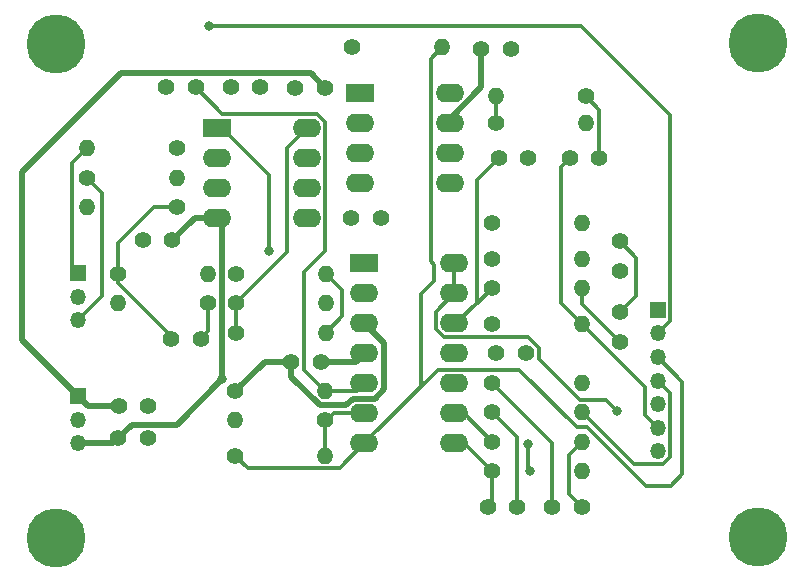
<source format=gbr>
%TF.GenerationSoftware,KiCad,Pcbnew,9.0.5*%
%TF.CreationDate,2025-10-16T11:43:33+03:30*%
%TF.ProjectId,ECG,4543472e-6b69-4636-9164-5f7063625858,rev?*%
%TF.SameCoordinates,Original*%
%TF.FileFunction,Copper,L1,Top*%
%TF.FilePolarity,Positive*%
%FSLAX46Y46*%
G04 Gerber Fmt 4.6, Leading zero omitted, Abs format (unit mm)*
G04 Created by KiCad (PCBNEW 9.0.5) date 2025-10-16 11:43:33*
%MOMM*%
%LPD*%
G01*
G04 APERTURE LIST*
%TA.AperFunction,ComponentPad*%
%ADD10C,1.400000*%
%TD*%
%TA.AperFunction,ComponentPad*%
%ADD11O,1.400000X1.400000*%
%TD*%
%TA.AperFunction,ComponentPad*%
%ADD12R,1.350000X1.350000*%
%TD*%
%TA.AperFunction,ComponentPad*%
%ADD13O,1.350000X1.350000*%
%TD*%
%TA.AperFunction,ComponentPad*%
%ADD14C,2.900000*%
%TD*%
%TA.AperFunction,ConnectorPad*%
%ADD15C,5.000000*%
%TD*%
%TA.AperFunction,ComponentPad*%
%ADD16R,2.400000X1.600000*%
%TD*%
%TA.AperFunction,ComponentPad*%
%ADD17O,2.400000X1.600000*%
%TD*%
%TA.AperFunction,ViaPad*%
%ADD18C,0.800000*%
%TD*%
%TA.AperFunction,Conductor*%
%ADD19C,0.350000*%
%TD*%
%TA.AperFunction,Conductor*%
%ADD20C,0.500000*%
%TD*%
G04 APERTURE END LIST*
D10*
%TO.P,C10,1*%
%TO.N,Net-(Supply1-Pin_3)*%
X90525000Y-87125000D03*
%TO.P,C10,2*%
%TO.N,GND*%
X88025000Y-87125000D03*
%TD*%
%TO.P,R22,1*%
%TO.N,Net-(U3-+)*%
X117590000Y-88725000D03*
D11*
%TO.P,R22,2*%
%TO.N,GND*%
X125210000Y-88725000D03*
%TD*%
D10*
%TO.P,R7,1*%
%TO.N,Net-(U2--)*%
X90930000Y-79300000D03*
D11*
%TO.P,R7,2*%
%TO.N,Net-(Input1-Pin_1)*%
X83310000Y-79300000D03*
%TD*%
D10*
%TO.P,C11,1*%
%TO.N,Net-(Supply1-Pin_1)*%
X103425000Y-74225000D03*
%TO.P,C11,2*%
%TO.N,GND*%
X100925000Y-74225000D03*
%TD*%
D12*
%TO.P,Supply1,1,Pin_1*%
%TO.N,Net-(Supply1-Pin_1)*%
X82500000Y-100325000D03*
D13*
%TO.P,Supply1,2,Pin_2*%
%TO.N,GND*%
X82500000Y-102325000D03*
%TO.P,Supply1,3,Pin_3*%
%TO.N,Net-(Supply1-Pin_3)*%
X82500000Y-104325000D03*
%TD*%
D10*
%TO.P,R6,1*%
%TO.N,Net-(R5-Pad1)*%
X95900000Y-94975000D03*
D11*
%TO.P,R6,2*%
%TO.N,Net-(R4-Pad2)*%
X103520000Y-94975000D03*
%TD*%
D10*
%TO.P,R8,1*%
%TO.N,Net-(Input1-Pin_3)*%
X83310000Y-81900000D03*
D11*
%TO.P,R8,2*%
%TO.N,Net-(U2-+)*%
X90930000Y-81900000D03*
%TD*%
D10*
%TO.P,R17,1*%
%TO.N,Net-(C8-Pad1)*%
X117590000Y-94225000D03*
D11*
%TO.P,R17,2*%
%TO.N,Net-(J2-Pin_6)*%
X125210000Y-94225000D03*
%TD*%
D10*
%TO.P,R13,1*%
%TO.N,Net-(C4-Pad2)*%
X117590000Y-101725000D03*
D11*
%TO.P,R13,2*%
%TO.N,Net-(J2-Pin_4)*%
X125210000Y-101725000D03*
%TD*%
D14*
%TO.P,REF\u002A\u002A,1*%
%TO.N,N/C*%
X140125000Y-70475000D03*
D15*
X140125000Y-70475000D03*
%TD*%
D14*
%TO.P,REF\u002A\u002A,1*%
%TO.N,N/C*%
X80700000Y-70525000D03*
D15*
X80700000Y-70525000D03*
%TD*%
D10*
%TO.P,C6,1*%
%TO.N,Net-(U1D-+)*%
X118150000Y-80225000D03*
%TO.P,C6,2*%
%TO.N,Net-(C6-Pad2)*%
X120650000Y-80225000D03*
%TD*%
%TO.P,C4,1*%
%TO.N,Net-(J2-Pin_5)*%
X117200000Y-109725000D03*
%TO.P,C4,2*%
%TO.N,Net-(C4-Pad2)*%
X119700000Y-109725000D03*
%TD*%
%TO.P,R15,1*%
%TO.N,Net-(J2-Pin_5)*%
X117590000Y-106725000D03*
D11*
%TO.P,R15,2*%
%TO.N,Net-(U1C--)*%
X125210000Y-106725000D03*
%TD*%
D12*
%TO.P,Input1,1,Pin_1*%
%TO.N,Net-(Input1-Pin_1)*%
X82500000Y-89925000D03*
D13*
%TO.P,Input1,2,Pin_2*%
%TO.N,Net-(Input1-Pin_2)*%
X82500000Y-91925000D03*
%TO.P,Input1,3,Pin_3*%
%TO.N,Net-(Input1-Pin_3)*%
X82500000Y-93925000D03*
%TD*%
D10*
%TO.P,R18,1*%
%TO.N,Net-(U1D-+)*%
X117590000Y-91225000D03*
D11*
%TO.P,R18,2*%
%TO.N,Net-(C8-Pad1)*%
X125210000Y-91225000D03*
%TD*%
D10*
%TO.P,C13,1*%
%TO.N,GND*%
X108150000Y-85250000D03*
%TO.P,C13,2*%
%TO.N,Net-(Supply1-Pin_3)*%
X105650000Y-85250000D03*
%TD*%
%TO.P,C1,1*%
%TO.N,Net-(C1-Pad1)*%
X90400000Y-95475000D03*
%TO.P,C1,2*%
%TO.N,Net-(C1-Pad2)*%
X92900000Y-95475000D03*
%TD*%
%TO.P,C2,1*%
%TO.N,Net-(J2-Pin_2)*%
X95475000Y-74175000D03*
%TO.P,C2,2*%
%TO.N,Net-(C2-Pad2)*%
X97975000Y-74175000D03*
%TD*%
%TO.P,R9,1*%
%TO.N,Net-(C2-Pad2)*%
X105755000Y-70800000D03*
D11*
%TO.P,R9,2*%
%TO.N,Net-(J2-Pin_3)*%
X113375000Y-70800000D03*
%TD*%
D16*
%TO.P,U2,1,Rg*%
%TO.N,Net-(R4-Pad2)*%
X94280000Y-77605000D03*
D17*
%TO.P,U2,2,-*%
%TO.N,Net-(U2--)*%
X94280000Y-80145000D03*
%TO.P,U2,3,+*%
%TO.N,Net-(U2-+)*%
X94280000Y-82685000D03*
%TO.P,U2,4,Vs-*%
%TO.N,Net-(Supply1-Pin_3)*%
X94280000Y-85225000D03*
%TO.P,U2,5,Ref*%
%TO.N,GND*%
X101900000Y-85225000D03*
%TO.P,U2,6*%
%TO.N,Net-(J2-Pin_1)*%
X101900000Y-82685000D03*
%TO.P,U2,7,Vs+*%
%TO.N,Net-(Supply1-Pin_1)*%
X101900000Y-80145000D03*
%TO.P,U2,8,Rg*%
%TO.N,Net-(R5-Pad1)*%
X101900000Y-77605000D03*
%TD*%
D16*
%TO.P,U1,1*%
%TO.N,Net-(C1-Pad1)*%
X106780000Y-89105000D03*
D17*
%TO.P,U1,2,-*%
%TO.N,Net-(U1A--)*%
X106780000Y-91645000D03*
%TO.P,U1,3,+*%
%TO.N,GND*%
X106780000Y-94185000D03*
%TO.P,U1,4,V+*%
%TO.N,Net-(Supply1-Pin_1)*%
X106780000Y-96725000D03*
%TO.P,U1,5,+*%
%TO.N,Net-(U1B-+)*%
X106780000Y-99265000D03*
%TO.P,U1,6,-*%
%TO.N,Net-(U1B--)*%
X106780000Y-101805000D03*
%TO.P,U1,7*%
%TO.N,Net-(J2-Pin_3)*%
X106780000Y-104345000D03*
%TO.P,U1,8*%
%TO.N,Net-(J2-Pin_5)*%
X114400000Y-104345000D03*
%TO.P,U1,9,-*%
%TO.N,Net-(U1C--)*%
X114400000Y-101805000D03*
%TO.P,U1,10,+*%
%TO.N,Net-(U1C-+)*%
X114400000Y-99265000D03*
%TO.P,U1,11,V-*%
%TO.N,Net-(Supply1-Pin_3)*%
X114400000Y-96725000D03*
%TO.P,U1,12,+*%
%TO.N,Net-(U1D-+)*%
X114400000Y-94185000D03*
%TO.P,U1,13,-*%
%TO.N,Net-(J2-Pin_7)*%
X114400000Y-91645000D03*
%TO.P,U1,14*%
X114400000Y-89105000D03*
%TD*%
D10*
%TO.P,C12,1*%
%TO.N,Net-(Supply1-Pin_1)*%
X116675000Y-70975000D03*
%TO.P,C12,2*%
%TO.N,GND*%
X119175000Y-70975000D03*
%TD*%
%TO.P,C14,1*%
%TO.N,GND*%
X120450000Y-96725000D03*
%TO.P,C14,2*%
%TO.N,Net-(Supply1-Pin_3)*%
X117950000Y-96725000D03*
%TD*%
%TO.P,R4,1*%
%TO.N,Net-(U1A--)*%
X95900000Y-89975000D03*
D11*
%TO.P,R4,2*%
%TO.N,Net-(R4-Pad2)*%
X103520000Y-89975000D03*
%TD*%
D14*
%TO.P,REF\u002A\u002A,1*%
%TO.N,N/C*%
X80700000Y-112325000D03*
D15*
X80700000Y-112325000D03*
%TD*%
D14*
%TO.P,REF\u002A\u002A,1*%
%TO.N,N/C*%
X140125000Y-112275000D03*
D15*
X140125000Y-112275000D03*
%TD*%
D10*
%TO.P,R14,1*%
%TO.N,Net-(U1C-+)*%
X117590000Y-99225000D03*
D11*
%TO.P,R14,2*%
%TO.N,Net-(C4-Pad2)*%
X125210000Y-99225000D03*
%TD*%
D10*
%TO.P,R2,1*%
%TO.N,Net-(C1-Pad1)*%
X85900000Y-89975000D03*
D11*
%TO.P,R2,2*%
%TO.N,Net-(U1A--)*%
X93520000Y-89975000D03*
%TD*%
D10*
%TO.P,C7,1*%
%TO.N,Net-(C6-Pad2)*%
X126650000Y-80225000D03*
%TO.P,C7,2*%
%TO.N,Net-(J2-Pin_6)*%
X124150000Y-80225000D03*
%TD*%
%TO.P,R20,1*%
%TO.N,Net-(R19-Pad2)*%
X117900000Y-77225000D03*
D11*
%TO.P,R20,2*%
%TO.N,Net-(U3--)*%
X125520000Y-77225000D03*
%TD*%
D10*
%TO.P,R5,1*%
%TO.N,Net-(R5-Pad1)*%
X95900000Y-92475000D03*
D11*
%TO.P,R5,2*%
%TO.N,Net-(U1A--)*%
X103520000Y-92475000D03*
%TD*%
D16*
%TO.P,U3,1,NULL*%
%TO.N,unconnected-(U3-NULL-Pad1)*%
X106375000Y-74680000D03*
D17*
%TO.P,U3,2,-*%
%TO.N,Net-(U3--)*%
X106375000Y-77220000D03*
%TO.P,U3,3,+*%
%TO.N,Net-(U3-+)*%
X106375000Y-79760000D03*
%TO.P,U3,4,V-*%
%TO.N,Net-(Supply1-Pin_3)*%
X106375000Y-82300000D03*
%TO.P,U3,5,NULL*%
%TO.N,unconnected-(U3-NULL-Pad5)*%
X113995000Y-82300000D03*
%TO.P,U3,6*%
%TO.N,Net-(U3--)*%
X113995000Y-79760000D03*
%TO.P,U3,7,V+*%
%TO.N,Net-(Supply1-Pin_1)*%
X113995000Y-77220000D03*
%TO.P,U3,8,NC*%
%TO.N,unconnected-(U3-NC-Pad8)*%
X113995000Y-74680000D03*
%TD*%
D10*
%TO.P,C8,1*%
%TO.N,Net-(C8-Pad1)*%
X128400000Y-95725000D03*
%TO.P,C8,2*%
%TO.N,Net-(U3--)*%
X128400000Y-93225000D03*
%TD*%
%TO.P,R12,1*%
%TO.N,Net-(U1B--)*%
X103470000Y-102375000D03*
D11*
%TO.P,R12,2*%
%TO.N,GND*%
X95850000Y-102375000D03*
%TD*%
D10*
%TO.P,R11,1*%
%TO.N,Net-(J2-Pin_3)*%
X95850000Y-105375000D03*
D11*
%TO.P,R11,2*%
%TO.N,Net-(U1B--)*%
X103470000Y-105375000D03*
%TD*%
D10*
%TO.P,C17,1*%
%TO.N,GND*%
X88450000Y-103900000D03*
%TO.P,C17,2*%
%TO.N,Net-(Supply1-Pin_3)*%
X85950000Y-103900000D03*
%TD*%
%TO.P,R21,1*%
%TO.N,Net-(J2-Pin_7)*%
X117590000Y-85725000D03*
D11*
%TO.P,R21,2*%
%TO.N,Net-(U3-+)*%
X125210000Y-85725000D03*
%TD*%
D10*
%TO.P,R1,1*%
%TO.N,Net-(C1-Pad1)*%
X90910000Y-84300000D03*
D11*
%TO.P,R1,2*%
%TO.N,Net-(Input1-Pin_2)*%
X83290000Y-84300000D03*
%TD*%
D12*
%TO.P,J2,1,Pin_1*%
%TO.N,Net-(J2-Pin_1)*%
X131600000Y-93025000D03*
D13*
%TO.P,J2,2,Pin_2*%
%TO.N,Net-(J2-Pin_2)*%
X131600000Y-95025000D03*
%TO.P,J2,3,Pin_3*%
%TO.N,Net-(J2-Pin_3)*%
X131600000Y-97025000D03*
%TO.P,J2,4,Pin_4*%
%TO.N,Net-(J2-Pin_4)*%
X131600000Y-99025000D03*
%TO.P,J2,5,Pin_5*%
%TO.N,Net-(J2-Pin_5)*%
X131600000Y-101025000D03*
%TO.P,J2,6,Pin_6*%
%TO.N,Net-(J2-Pin_6)*%
X131600000Y-103025000D03*
%TO.P,J2,7,Pin_7*%
%TO.N,Net-(J2-Pin_7)*%
X131600000Y-105025000D03*
%TD*%
D10*
%TO.P,R19,1*%
%TO.N,Net-(C6-Pad2)*%
X125505000Y-74975000D03*
D11*
%TO.P,R19,2*%
%TO.N,Net-(R19-Pad2)*%
X117885000Y-74975000D03*
%TD*%
D10*
%TO.P,C9,1*%
%TO.N,Net-(C8-Pad1)*%
X128400000Y-89725000D03*
%TO.P,C9,2*%
%TO.N,Net-(U3--)*%
X128400000Y-87225000D03*
%TD*%
%TO.P,C16,1*%
%TO.N,Net-(Supply1-Pin_1)*%
X85975000Y-101175000D03*
%TO.P,C16,2*%
%TO.N,GND*%
X88475000Y-101175000D03*
%TD*%
%TO.P,C3,1*%
%TO.N,Net-(C2-Pad2)*%
X89975000Y-74175000D03*
%TO.P,C3,2*%
%TO.N,Net-(U1B-+)*%
X92475000Y-74175000D03*
%TD*%
%TO.P,R10,1*%
%TO.N,GND*%
X95840000Y-99925000D03*
D11*
%TO.P,R10,2*%
%TO.N,Net-(U1B-+)*%
X103460000Y-99925000D03*
%TD*%
D10*
%TO.P,R16,1*%
%TO.N,Net-(U1C--)*%
X117590000Y-104225000D03*
D11*
%TO.P,R16,2*%
%TO.N,GND*%
X125210000Y-104225000D03*
%TD*%
D10*
%TO.P,R3,1*%
%TO.N,Net-(C1-Pad2)*%
X93520000Y-92475000D03*
D11*
%TO.P,R3,2*%
%TO.N,Net-(U1A--)*%
X85900000Y-92475000D03*
%TD*%
D10*
%TO.P,C15,1*%
%TO.N,Net-(Supply1-Pin_1)*%
X103100000Y-97425000D03*
%TO.P,C15,2*%
%TO.N,GND*%
X100600000Y-97425000D03*
%TD*%
%TO.P,C5,1*%
%TO.N,Net-(U1C-+)*%
X122700000Y-109725000D03*
%TO.P,C5,2*%
%TO.N,GND*%
X125200000Y-109725000D03*
%TD*%
D18*
%TO.N,Net-(R4-Pad2)*%
X98700000Y-88025000D03*
%TO.N,Net-(U1C--)*%
X120600000Y-104425000D03*
X120800000Y-106725000D03*
%TO.N,Net-(J2-Pin_2)*%
X93625000Y-69000000D03*
%TO.N,Net-(J2-Pin_7)*%
X128137500Y-101562500D03*
%TO.N,Net-(Supply1-Pin_3)*%
X94700000Y-98925000D03*
%TD*%
D19*
%TO.N,Net-(C1-Pad2)*%
X93520000Y-94855000D02*
X92900000Y-95475000D01*
X93520000Y-92475000D02*
X93520000Y-94855000D01*
%TO.N,Net-(C1-Pad1)*%
X85900000Y-90725000D02*
X90400000Y-95225000D01*
X90910000Y-84300000D02*
X88950000Y-84300000D01*
X88950000Y-84300000D02*
X85900000Y-87350000D01*
X90400000Y-95225000D02*
X90400000Y-95475000D01*
X85900000Y-89975000D02*
X85900000Y-90725000D01*
X85900000Y-87350000D02*
X85900000Y-89975000D01*
%TO.N,Net-(U1B-+)*%
X106120000Y-99925000D02*
X106780000Y-99265000D01*
X92475000Y-74175000D02*
X94730000Y-76430000D01*
X103475000Y-77118299D02*
X103475000Y-88029720D01*
X103475000Y-88029720D02*
X101675000Y-89829720D01*
X94730000Y-76430000D02*
X102786701Y-76430000D01*
X102786701Y-76430000D02*
X103475000Y-77118299D01*
X101675000Y-98140000D02*
X103460000Y-99925000D01*
X101675000Y-89829720D02*
X101675000Y-98140000D01*
X103460000Y-99925000D02*
X106120000Y-99925000D01*
%TO.N,Net-(C4-Pad2)*%
X119700000Y-103835000D02*
X119700000Y-109725000D01*
X117590000Y-101725000D02*
X119700000Y-103835000D01*
%TO.N,GND*%
X125210000Y-104225000D02*
X124135000Y-105300000D01*
D20*
X108450000Y-99762767D02*
X108450000Y-95855000D01*
X108450000Y-95855000D02*
X106780000Y-94185000D01*
X98340000Y-97425000D02*
X95840000Y-99925000D01*
X102983654Y-101075000D02*
X105250000Y-101075000D01*
X100600000Y-97425000D02*
X100600000Y-98691346D01*
D19*
X124135000Y-105300000D02*
X124135000Y-108660000D01*
X124135000Y-108660000D02*
X125200000Y-109725000D01*
D20*
X105250000Y-101075000D02*
X105775000Y-100550000D01*
X105775000Y-100550000D02*
X107662767Y-100550000D01*
X100600000Y-97425000D02*
X98340000Y-97425000D01*
X107662767Y-100550000D02*
X108450000Y-99762767D01*
X100600000Y-98691346D02*
X102983654Y-101075000D01*
D19*
%TO.N,Net-(U1C-+)*%
X122700000Y-104335000D02*
X117590000Y-99225000D01*
X122700000Y-109725000D02*
X122700000Y-104335000D01*
%TO.N,Net-(U1D-+)*%
X116300000Y-82075000D02*
X116300000Y-92435000D01*
X118150000Y-80225000D02*
X116300000Y-82075000D01*
X114400000Y-94185000D02*
X114550000Y-94185000D01*
X116380000Y-92435000D02*
X117590000Y-91225000D01*
X114550000Y-94185000D02*
X116300000Y-92435000D01*
X116300000Y-92435000D02*
X116380000Y-92435000D01*
%TO.N,Net-(C6-Pad2)*%
X126650000Y-76120000D02*
X126650000Y-80225000D01*
X125505000Y-74975000D02*
X126650000Y-76120000D01*
%TO.N,Net-(C8-Pad1)*%
X125210000Y-92535000D02*
X125210000Y-91225000D01*
X128400000Y-95725000D02*
X125210000Y-92535000D01*
%TO.N,Net-(U3--)*%
X128400000Y-93225000D02*
X129800000Y-91825000D01*
X129800000Y-91825000D02*
X129800000Y-88625000D01*
X129800000Y-88625000D02*
X128400000Y-87225000D01*
%TO.N,Net-(R4-Pad2)*%
X103520000Y-94975000D02*
X104900000Y-93595000D01*
X104900000Y-91355000D02*
X103520000Y-89975000D01*
X98700000Y-81625000D02*
X94680000Y-77605000D01*
X104900000Y-93595000D02*
X104900000Y-91355000D01*
X94680000Y-77605000D02*
X94280000Y-77605000D01*
X98700000Y-88025000D02*
X98700000Y-81625000D01*
%TO.N,Net-(R5-Pad1)*%
X100200000Y-88175000D02*
X95900000Y-92475000D01*
X95900000Y-92475000D02*
X95900000Y-94975000D01*
X101900000Y-77605000D02*
X100200000Y-79305000D01*
X100200000Y-79305000D02*
X100200000Y-88175000D01*
%TO.N,Net-(U1B--)*%
X103470000Y-105375000D02*
X103470000Y-102375000D01*
X103470000Y-102375000D02*
X103625000Y-102375000D01*
X104195000Y-101805000D02*
X106780000Y-101805000D01*
X103625000Y-102375000D02*
X104195000Y-101805000D01*
%TO.N,Net-(U1C--)*%
X120600000Y-106525000D02*
X120600000Y-104425000D01*
X120800000Y-106725000D02*
X120600000Y-106525000D01*
X115170000Y-101805000D02*
X117590000Y-104225000D01*
X114400000Y-101805000D02*
X115170000Y-101805000D01*
%TO.N,Net-(R19-Pad2)*%
X117885000Y-74975000D02*
X117885000Y-77210000D01*
%TO.N,Net-(Input1-Pin_3)*%
X84525000Y-83115000D02*
X83310000Y-81900000D01*
X82500000Y-93925000D02*
X84525000Y-91900000D01*
X84525000Y-91900000D02*
X84525000Y-83115000D01*
%TO.N,Net-(Input1-Pin_1)*%
X82500000Y-89925000D02*
X82000000Y-89425000D01*
X82000000Y-80610000D02*
X83310000Y-79300000D01*
X82000000Y-89425000D02*
X82000000Y-80610000D01*
%TO.N,Net-(J2-Pin_2)*%
X132650000Y-76540864D02*
X132650000Y-93975000D01*
X132650000Y-93975000D02*
X131600000Y-95025000D01*
X125109136Y-69000000D02*
X132650000Y-76540864D01*
X93625000Y-69000000D02*
X125109136Y-69000000D01*
%TO.N,Net-(J2-Pin_5)*%
X114400000Y-104345000D02*
X115210000Y-104345000D01*
X115210000Y-104345000D02*
X117590000Y-106725000D01*
X117590000Y-109335000D02*
X117200000Y-109725000D01*
X117590000Y-106725000D02*
X117590000Y-109335000D01*
%TO.N,Net-(J2-Pin_6)*%
X123450000Y-92465000D02*
X125210000Y-94225000D01*
X123450000Y-80925000D02*
X123450000Y-92465000D01*
X131600000Y-103025000D02*
X130550000Y-101975000D01*
X124150000Y-80225000D02*
X123450000Y-80925000D01*
X130550000Y-99565000D02*
X125210000Y-94225000D01*
X130550000Y-101975000D02*
X130550000Y-99565000D01*
%TO.N,Net-(J2-Pin_7)*%
X113513299Y-95360000D02*
X112825000Y-94671701D01*
X121525000Y-97170280D02*
X121525000Y-96279720D01*
X114400000Y-91645000D02*
X114400000Y-89105000D01*
X125004720Y-100650000D02*
X121525000Y-97170280D01*
X121525000Y-96279720D02*
X120605280Y-95360000D01*
X128137500Y-101562500D02*
X127225000Y-100650000D01*
X120605280Y-95360000D02*
X113513299Y-95360000D01*
X127225000Y-100650000D02*
X125004720Y-100650000D01*
X112825000Y-94671701D02*
X112825000Y-93220000D01*
X112825000Y-93220000D02*
X114400000Y-91645000D01*
%TO.N,Net-(J2-Pin_4)*%
X129560000Y-106075000D02*
X132034925Y-106075000D01*
X132650000Y-105459925D02*
X132650000Y-100075000D01*
X132034925Y-106075000D02*
X132650000Y-105459925D01*
X132650000Y-100075000D02*
X131600000Y-99025000D01*
X125210000Y-101725000D02*
X129560000Y-106075000D01*
%TO.N,Net-(J2-Pin_3)*%
X112700000Y-89225000D02*
X112700000Y-90625000D01*
X132700000Y-107925000D02*
X133700000Y-106925000D01*
X124750000Y-102975000D02*
X125650000Y-102975000D01*
X125650000Y-102975000D02*
X130600000Y-107925000D01*
X111600000Y-91725000D02*
X111600000Y-99525000D01*
X104675000Y-106450000D02*
X106780000Y-104345000D01*
X133700000Y-99125000D02*
X131600000Y-97025000D01*
X106780000Y-104345000D02*
X113035000Y-98090000D01*
X112700000Y-90625000D02*
X111600000Y-91725000D01*
X133700000Y-106925000D02*
X133700000Y-99125000D01*
X113035000Y-98090000D02*
X119865000Y-98090000D01*
X130600000Y-107925000D02*
X132700000Y-107925000D01*
X113375000Y-70800000D02*
X112375000Y-71800000D01*
X119865000Y-98090000D02*
X124750000Y-102975000D01*
X112375000Y-88900000D02*
X112700000Y-89225000D01*
X112375000Y-71800000D02*
X112375000Y-88900000D01*
X95850000Y-105375000D02*
X96925000Y-106450000D01*
X96925000Y-106450000D02*
X104675000Y-106450000D01*
D20*
%TO.N,Net-(Supply1-Pin_3)*%
X94700000Y-98925000D02*
X94700000Y-85645000D01*
X94280000Y-85225000D02*
X92425000Y-85225000D01*
X94700000Y-85645000D02*
X94280000Y-85225000D01*
X92425000Y-85225000D02*
X90525000Y-87125000D01*
X82500000Y-104325000D02*
X85525000Y-104325000D01*
X85525000Y-104325000D02*
X85950000Y-103900000D01*
X90875000Y-102750000D02*
X94700000Y-98925000D01*
X87100000Y-102750000D02*
X90875000Y-102750000D01*
X85950000Y-103900000D02*
X87100000Y-102750000D01*
%TO.N,Net-(Supply1-Pin_1)*%
X113995000Y-76847767D02*
X113995000Y-77220000D01*
X103100000Y-97425000D02*
X106080000Y-97425000D01*
X86150000Y-73025000D02*
X77800000Y-81375000D01*
X116675000Y-70975000D02*
X116675000Y-74167767D01*
X77800000Y-95625000D02*
X82500000Y-100325000D01*
X116675000Y-74167767D02*
X113995000Y-76847767D01*
X77800000Y-81375000D02*
X77800000Y-95625000D01*
X106080000Y-97425000D02*
X106780000Y-96725000D01*
X102225000Y-73025000D02*
X86150000Y-73025000D01*
X103425000Y-74225000D02*
X102225000Y-73025000D01*
X83350000Y-101175000D02*
X82500000Y-100325000D01*
X85975000Y-101175000D02*
X83350000Y-101175000D01*
%TD*%
M02*

</source>
